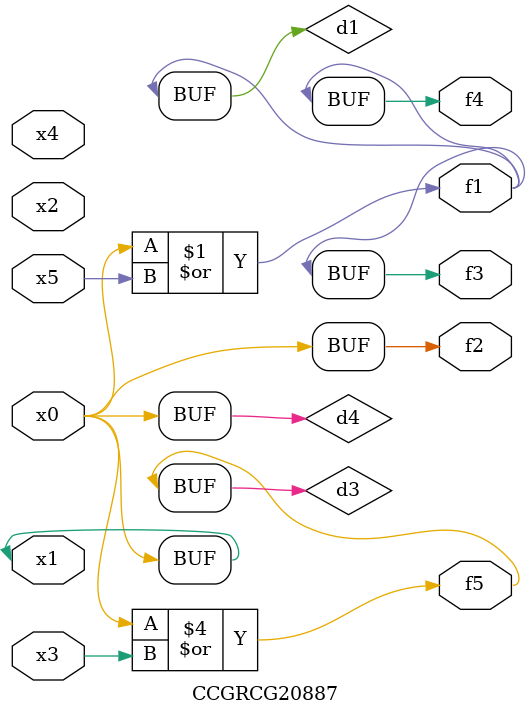
<source format=v>
module CCGRCG20887(
	input x0, x1, x2, x3, x4, x5,
	output f1, f2, f3, f4, f5
);

	wire d1, d2, d3, d4;

	or (d1, x0, x5);
	xnor (d2, x1, x4);
	or (d3, x0, x3);
	buf (d4, x0, x1);
	assign f1 = d1;
	assign f2 = d4;
	assign f3 = d1;
	assign f4 = d1;
	assign f5 = d3;
endmodule

</source>
